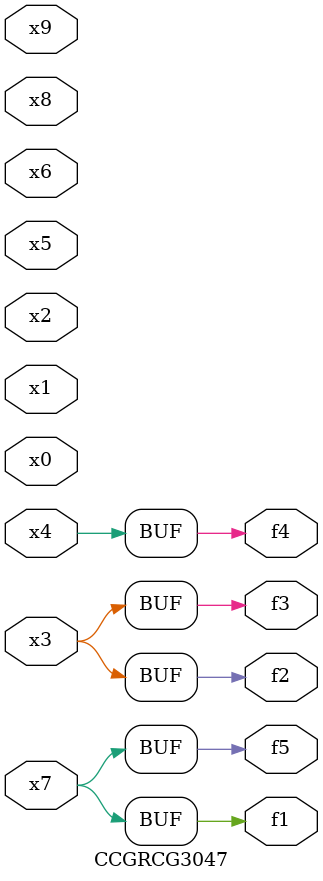
<source format=v>
module CCGRCG3047(
	input x0, x1, x2, x3, x4, x5, x6, x7, x8, x9,
	output f1, f2, f3, f4, f5
);
	assign f1 = x7;
	assign f2 = x3;
	assign f3 = x3;
	assign f4 = x4;
	assign f5 = x7;
endmodule

</source>
